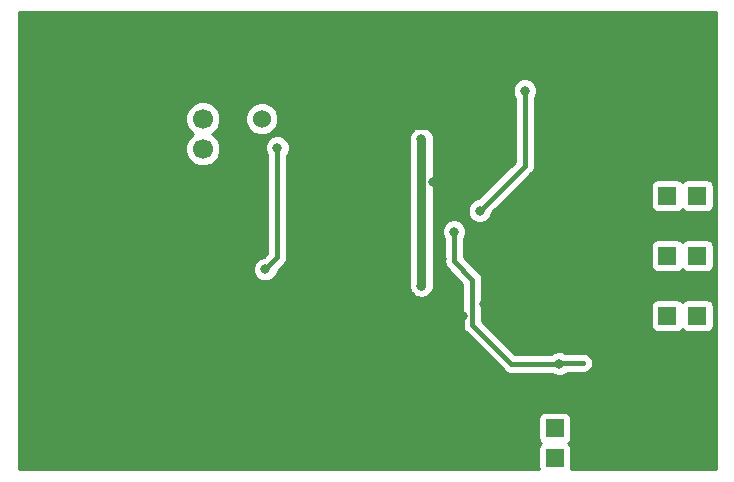
<source format=gbr>
G04 #@! TF.GenerationSoftware,KiCad,Pcbnew,(6.0.0-rc1-dev-205-gc0615c5ef)*
G04 #@! TF.CreationDate,2018-10-01T14:54:23+02:00*
G04 #@! TF.ProjectId,PCRD05A,504352443035412E6B696361645F7063,REV*
G04 #@! TF.SameCoordinates,Original*
G04 #@! TF.FileFunction,Copper,L1,Top,Signal*
G04 #@! TF.FilePolarity,Positive*
%FSLAX46Y46*%
G04 Gerber Fmt 4.6, Leading zero omitted, Abs format (unit mm)*
G04 Created by KiCad (PCBNEW (6.0.0-rc1-dev-205-gc0615c5ef)) date 10/01/18 14:54:23*
%MOMM*%
%LPD*%
G01*
G04 APERTURE LIST*
G04 #@! TA.AperFunction,ComponentPad*
%ADD10R,1.524000X1.524000*%
G04 #@! TD*
G04 #@! TA.AperFunction,ComponentPad*
%ADD11C,6.000000*%
G04 #@! TD*
G04 #@! TA.AperFunction,SMDPad,CuDef*
%ADD12R,20.100000X2.000000*%
G04 #@! TD*
G04 #@! TA.AperFunction,SMDPad,CuDef*
%ADD13R,2.000000X29.000000*%
G04 #@! TD*
G04 #@! TA.AperFunction,ComponentPad*
%ADD14C,1.700000*%
G04 #@! TD*
G04 #@! TA.AperFunction,ComponentPad*
%ADD15C,1.524000*%
G04 #@! TD*
G04 #@! TA.AperFunction,ViaPad*
%ADD16C,0.800000*%
G04 #@! TD*
G04 #@! TA.AperFunction,Conductor*
%ADD17C,0.250000*%
G04 #@! TD*
G04 #@! TA.AperFunction,Conductor*
%ADD18C,0.400000*%
G04 #@! TD*
G04 #@! TA.AperFunction,Conductor*
%ADD19C,0.800000*%
G04 #@! TD*
G04 #@! TA.AperFunction,Conductor*
%ADD20C,0.254000*%
G04 #@! TD*
G04 APERTURE END LIST*
D10*
G04 #@! TO.P,J1,1*
G04 #@! TO.N,GND*
X48895000Y4445000D03*
G04 #@! TO.P,J1,2*
X48895000Y1905000D03*
G04 #@! TO.P,J1,3*
G04 #@! TO.N,Net-(C21-Pad3)*
X46355000Y4445000D03*
G04 #@! TO.P,J1,4*
X46355000Y1905000D03*
G04 #@! TO.P,J1,5*
G04 #@! TO.N,GND*
X43815000Y4445000D03*
G04 #@! TO.P,J1,6*
X43815000Y1905000D03*
G04 #@! TD*
G04 #@! TO.P,J2,2*
G04 #@! TO.N,GND*
X55880000Y21590000D03*
G04 #@! TO.P,J2,1*
X58420000Y21590000D03*
G04 #@! TD*
G04 #@! TO.P,J3,1*
G04 #@! TO.N,/#PeakDetect/Trace*
X58420000Y19050000D03*
G04 #@! TO.P,J3,2*
X55880000Y19050000D03*
G04 #@! TD*
G04 #@! TO.P,J4,2*
G04 #@! TO.N,GND*
X55880000Y16510000D03*
G04 #@! TO.P,J4,1*
X58420000Y16510000D03*
G04 #@! TD*
G04 #@! TO.P,J5,2*
G04 #@! TO.N,GND*
X55880000Y26670000D03*
G04 #@! TO.P,J5,1*
X58420000Y26670000D03*
G04 #@! TD*
G04 #@! TO.P,J6,1*
G04 #@! TO.N,/A/D*
X58420000Y24130000D03*
G04 #@! TO.P,J6,2*
X55880000Y24130000D03*
G04 #@! TD*
G04 #@! TO.P,J7,1*
G04 #@! TO.N,GND*
X58420000Y11430000D03*
G04 #@! TO.P,J7,2*
X55880000Y11430000D03*
G04 #@! TD*
D11*
G04 #@! TO.P,M1,1*
G04 #@! TO.N,GND*
X5080000Y35560000D03*
G04 #@! TD*
G04 #@! TO.P,M2,1*
G04 #@! TO.N,GND*
X55880000Y35560000D03*
G04 #@! TD*
G04 #@! TO.P,M3,1*
G04 #@! TO.N,GND*
X55880000Y5080000D03*
G04 #@! TD*
G04 #@! TO.P,M4,1*
G04 #@! TO.N,GND*
X5080000Y5080000D03*
G04 #@! TD*
D10*
G04 #@! TO.P,J11,1*
G04 #@! TO.N,Net-(C23-Pad3)*
X55880000Y13970000D03*
G04 #@! TO.P,J11,2*
X58420000Y13970000D03*
G04 #@! TD*
D12*
G04 #@! TO.P,M5,1*
G04 #@! TO.N,GND*
X19685000Y34290000D03*
X19685000Y7290000D03*
D13*
X29235000Y20790000D03*
X10135000Y20790000D03*
G04 #@! TD*
D14*
G04 #@! TO.P,J8,1*
G04 #@! TO.N,/+*
X16550000Y28100000D03*
G04 #@! TO.P,J8,2*
G04 #@! TO.N,/K*
X16550000Y30640000D03*
D15*
G04 #@! TO.P,J8,1*
G04 #@! TO.N,/+*
X21550000Y30640000D03*
G04 #@! TD*
D16*
G04 #@! TO.N,GND*
X32385000Y1905000D03*
X33655000Y1905000D03*
X34925000Y1905000D03*
X36830000Y1905000D03*
X33655000Y12065000D03*
X33655000Y13970000D03*
X33655000Y15240000D03*
X36830000Y15240000D03*
X26670000Y17780000D03*
X25400000Y17780000D03*
X24130000Y17780000D03*
X50165000Y26670000D03*
X52705000Y20320000D03*
X50800000Y20320000D03*
X51435000Y22860000D03*
X46355000Y34290000D03*
X45085000Y34290000D03*
X42545000Y34290000D03*
X41910000Y32385000D03*
X40640000Y32385000D03*
X38735000Y32385000D03*
X24765000Y32385000D03*
X23495000Y32385000D03*
X19685000Y32385000D03*
X17780000Y32385000D03*
X15875000Y32385000D03*
X13970000Y31750000D03*
X13970000Y29210000D03*
X13970000Y27305000D03*
X12700000Y27305000D03*
X50165000Y5080000D03*
X41970002Y5080000D03*
X41970002Y6350000D03*
X32385000Y3810000D03*
X32385000Y5080000D03*
X31115000Y8890000D03*
X31115000Y10795000D03*
X32385000Y10795000D03*
X32385000Y8890000D03*
X43815000Y12065000D03*
X11430000Y12700000D03*
X13335000Y12700000D03*
X27305000Y13970000D03*
X26035000Y12065000D03*
X23495000Y11430000D03*
X20955000Y11430000D03*
X19685000Y12700000D03*
X17780000Y12700000D03*
X15875000Y12700000D03*
X32385000Y29210000D03*
X31115000Y28575000D03*
X32385000Y27305000D03*
X36830000Y26670000D03*
X38100000Y26670000D03*
X39618186Y25151814D03*
X45085000Y26670000D03*
X39408000Y24130000D03*
X40640000Y25870000D03*
X43815000Y18415000D03*
X45085000Y18415000D03*
X45720000Y26035000D03*
X28829000Y20574000D03*
X28829000Y19304000D03*
X44958000Y22352000D03*
X36830000Y18796000D03*
X32512000Y17780000D03*
X31242000Y17780000D03*
X29972000Y17780000D03*
X28829000Y18034000D03*
X36957000Y25273000D03*
X36052000Y25273000D03*
X8382000Y26416000D03*
X8890000Y24384000D03*
X27940000Y27432000D03*
X25908000Y27432000D03*
X25908000Y26162000D03*
X27940000Y26162000D03*
X39624000Y21082000D03*
X52324000Y29464000D03*
X50546000Y29210000D03*
X54356000Y29210000D03*
X36830000Y32512000D03*
X34290000Y31242000D03*
X36068000Y33782000D03*
X34290000Y33782000D03*
X31750000Y33782000D03*
X31496000Y35306000D03*
X38570000Y13970000D03*
X38570000Y12065000D03*
X36830000Y17907000D03*
X39878000Y19558000D03*
X40386000Y14986000D03*
X17272000Y25654000D03*
X16256000Y22352000D03*
X16002000Y17999002D03*
X15240000Y18796000D03*
X11149314Y23140686D03*
X9686998Y20790000D03*
X19558000Y19304000D03*
G04 #@! TO.N,VCC*
X35052000Y16510000D03*
X35052000Y28956000D03*
G04 #@! TO.N,/REF*
X21853064Y17904435D03*
X22860000Y28194000D03*
X37808000Y21082000D03*
X46736000Y9906000D03*
G04 #@! TO.N,Net-(R1-Pad2)*
X43815000Y33020000D03*
X40005000Y22860000D03*
G04 #@! TD*
D17*
G04 #@! TO.N,GND*
X34925000Y1905000D02*
X33655000Y1905000D01*
X36824998Y3810000D02*
X34290000Y6344998D01*
X36824998Y3810000D02*
X36824998Y1910002D01*
X36824998Y1910002D02*
X36830000Y1905000D01*
X33655000Y15240000D02*
X33655000Y13970000D01*
X36830000Y17907000D02*
X36830000Y15240000D01*
X24130000Y17780000D02*
X25400000Y17780000D01*
X51435000Y20955000D02*
X50800000Y20320000D01*
X51435000Y22860000D02*
X51435000Y20955000D01*
X42545000Y34290000D02*
X45085000Y34290000D01*
X40640000Y32385000D02*
X41910000Y32385000D01*
X39370000Y31750000D02*
X38735000Y32385000D01*
X39370000Y29845000D02*
X39370000Y31750000D01*
X38735000Y29845000D02*
X39370000Y29845000D01*
X24765000Y32385000D02*
X27305000Y29845000D01*
X27305000Y29845000D02*
X38735000Y29845000D01*
X19685000Y32385000D02*
X23495000Y32385000D01*
X15875000Y32385000D02*
X17780000Y32385000D01*
X13970000Y29210000D02*
X13970000Y31750000D01*
X12700000Y27305000D02*
X13970000Y27305000D01*
X41970002Y6350000D02*
X41970002Y5080000D01*
X32385000Y5080000D02*
X32385000Y3810000D01*
X31115000Y10795000D02*
X31115000Y8890000D01*
X32385000Y8890000D02*
X32385000Y10795000D01*
X34290000Y6344998D02*
X34290000Y9525000D01*
X15875000Y12700000D02*
X13335000Y12700000D01*
X25400000Y11430000D02*
X26035000Y12065000D01*
X23495000Y11430000D02*
X25400000Y11430000D01*
X19685000Y12700000D02*
X20955000Y11430000D01*
X15875000Y12700000D02*
X17780000Y12700000D01*
D18*
X32385000Y27305000D02*
X31115000Y28575000D01*
X38100000Y26670000D02*
X36830000Y26670000D01*
X40336372Y25870000D02*
X39618186Y25151814D01*
X40640000Y25870000D02*
X40336372Y25870000D01*
X40640000Y25362000D02*
X39408000Y24130000D01*
X40640000Y25870000D02*
X40640000Y25362000D01*
X45085000Y18415000D02*
X43815000Y18415000D01*
X45720000Y26035000D02*
X45720000Y23114000D01*
X45720000Y23114000D02*
X44958000Y22352000D01*
X28829000Y19304000D02*
X28829000Y20574000D01*
D17*
X36830000Y18796000D02*
X36830000Y17907000D01*
X31242000Y17780000D02*
X32512000Y17780000D01*
X29718000Y18034000D02*
X29972000Y17780000D01*
X28829000Y18034000D02*
X29718000Y18034000D01*
X36052000Y25273000D02*
X36957000Y25273000D01*
X12700000Y27305000D02*
X9271000Y27305000D01*
X9271000Y27305000D02*
X8382000Y26416000D01*
X31115000Y28575000D02*
X29083000Y28575000D01*
X29083000Y28575000D02*
X27940000Y27432000D01*
X25908000Y27432000D02*
X25908000Y26162000D01*
X39624000Y21082000D02*
X39624000Y19812000D01*
X39624000Y19812000D02*
X39878000Y19558000D01*
X52324000Y29464000D02*
X50800000Y29464000D01*
X50800000Y29464000D02*
X50546000Y29210000D01*
X55880000Y27682000D02*
X55880000Y26670000D01*
X54927251Y28634749D02*
X55880000Y27682000D01*
X54356000Y29210000D02*
X54927251Y28634749D01*
D18*
X38735000Y32385000D02*
X36957000Y32385000D01*
X36957000Y32385000D02*
X36830000Y32512000D01*
X34290000Y31242000D02*
X34290000Y32004000D01*
X34290000Y32004000D02*
X36068000Y33782000D01*
X34290000Y33782000D02*
X31750000Y33782000D01*
D17*
X38570000Y12065000D02*
X38570000Y13970000D01*
X36830000Y21092306D02*
X36830000Y17907000D01*
X36576000Y21844000D02*
X36830000Y21092306D01*
X40386000Y14986000D02*
X40170000Y19699698D01*
X40170000Y19699698D02*
X38354000Y22352000D01*
X38354000Y22352000D02*
X36576000Y21844000D01*
D18*
X13970000Y27305000D02*
X15621000Y25654000D01*
X15621000Y25654000D02*
X17272000Y25654000D01*
X16256000Y22352000D02*
X16256000Y18253002D01*
X16256000Y18253002D02*
X16002000Y17999002D01*
X8890000Y24384000D02*
X9906000Y24384000D01*
X9906000Y24384000D02*
X11149314Y23140686D01*
X16256000Y22352000D02*
X19304000Y19304000D01*
X19304000Y19304000D02*
X19558000Y19304000D01*
D19*
G04 #@! TO.N,VCC*
X35052000Y28956000D02*
X35052000Y16510000D01*
D18*
G04 #@! TO.N,/REF*
X22860000Y28194000D02*
X22860000Y18911371D01*
X22860000Y18911371D02*
X21853064Y17904435D01*
X48768000Y9986000D02*
X46816000Y9986000D01*
X46816000Y9986000D02*
X46736000Y9906000D01*
X46170315Y9906000D02*
X46736000Y9906000D01*
X42672000Y9906000D02*
X46170315Y9906000D01*
X39370000Y13208000D02*
X42672000Y9906000D01*
X39370000Y17027998D02*
X39370000Y13208000D01*
X37808000Y18589998D02*
X39370000Y17027998D01*
X37808000Y21082000D02*
X37808000Y18589998D01*
G04 #@! TO.N,Net-(R1-Pad2)*
X43815000Y26670000D02*
X43815000Y33020000D01*
X40005000Y22860000D02*
X43815000Y26670000D01*
G04 #@! TD*
D20*
G04 #@! TO.N,GND*
G36*
X59971000Y989000D02*
X47733808Y989000D01*
X47764440Y1143000D01*
X47764440Y2667000D01*
X47715157Y2914765D01*
X47574809Y3124809D01*
X47499693Y3175000D01*
X47574809Y3225191D01*
X47715157Y3435235D01*
X47764440Y3683000D01*
X47764440Y5207000D01*
X47715157Y5454765D01*
X47574809Y5664809D01*
X47364765Y5805157D01*
X47117000Y5854440D01*
X45593000Y5854440D01*
X45345235Y5805157D01*
X45135191Y5664809D01*
X44994843Y5454765D01*
X44945560Y5207000D01*
X44945560Y3683000D01*
X44994843Y3435235D01*
X45135191Y3225191D01*
X45210307Y3175000D01*
X45135191Y3124809D01*
X44994843Y2914765D01*
X44945560Y2667000D01*
X44945560Y1143000D01*
X44976192Y989000D01*
X989000Y989000D01*
X989000Y18110309D01*
X20818064Y18110309D01*
X20818064Y17698561D01*
X20975633Y17318155D01*
X21266784Y17027004D01*
X21647190Y16869435D01*
X22058938Y16869435D01*
X22439344Y17027004D01*
X22730495Y17318155D01*
X22888064Y17698561D01*
X22888064Y17758568D01*
X23392282Y18262786D01*
X23462001Y18309370D01*
X23646552Y18585570D01*
X23695000Y18829134D01*
X23711358Y18911371D01*
X23695000Y18993608D01*
X23695000Y27565289D01*
X23737431Y27607720D01*
X23895000Y27988126D01*
X23895000Y28399874D01*
X23737431Y28780280D01*
X23446280Y29071431D01*
X23227931Y29161874D01*
X34017000Y29161874D01*
X34017000Y29057934D01*
X34017001Y16715876D01*
X34017000Y16715874D01*
X34017000Y16304126D01*
X34056778Y16208094D01*
X34077053Y16106163D01*
X34134792Y16019751D01*
X34174569Y15923720D01*
X34248068Y15850221D01*
X34305808Y15763807D01*
X34392222Y15706067D01*
X34465720Y15632569D01*
X34561749Y15592792D01*
X34648164Y15535052D01*
X34750098Y15514776D01*
X34846126Y15475000D01*
X34950066Y15475000D01*
X35052000Y15454724D01*
X35153935Y15475000D01*
X35257874Y15475000D01*
X35353902Y15514776D01*
X35455837Y15535052D01*
X35542253Y15592793D01*
X35638280Y15632569D01*
X35711776Y15706065D01*
X35798193Y15763807D01*
X35855935Y15850224D01*
X35929431Y15923720D01*
X35969207Y16019747D01*
X36026948Y16106163D01*
X36047224Y16208099D01*
X36087000Y16304126D01*
X36087000Y21287874D01*
X36773000Y21287874D01*
X36773000Y20876126D01*
X36930569Y20495720D01*
X36973000Y20453289D01*
X36973001Y18672236D01*
X36956643Y18589998D01*
X37021448Y18264198D01*
X37114578Y18124819D01*
X37206000Y17987997D01*
X37275718Y17941413D01*
X38535000Y16682130D01*
X38535001Y13290238D01*
X38518643Y13208000D01*
X38583448Y12882200D01*
X38583449Y12882199D01*
X38768000Y12605999D01*
X38837718Y12559415D01*
X42023415Y9373717D01*
X42069999Y9303999D01*
X42346199Y9119448D01*
X42589763Y9071000D01*
X42589766Y9071000D01*
X42671999Y9054643D01*
X42754232Y9071000D01*
X46107289Y9071000D01*
X46149720Y9028569D01*
X46530126Y8871000D01*
X46941874Y8871000D01*
X47322280Y9028569D01*
X47444711Y9151000D01*
X48850237Y9151000D01*
X49093801Y9199448D01*
X49370001Y9383999D01*
X49554552Y9660199D01*
X49619358Y9986000D01*
X49554552Y10311801D01*
X49370001Y10588001D01*
X49093801Y10772552D01*
X48850237Y10821000D01*
X47231580Y10821000D01*
X46941874Y10941000D01*
X46530126Y10941000D01*
X46149720Y10783431D01*
X46107289Y10741000D01*
X43017868Y10741000D01*
X40205000Y13553867D01*
X40205000Y14732000D01*
X54470560Y14732000D01*
X54470560Y13208000D01*
X54519843Y12960235D01*
X54660191Y12750191D01*
X54870235Y12609843D01*
X55118000Y12560560D01*
X56642000Y12560560D01*
X56889765Y12609843D01*
X57099809Y12750191D01*
X57150000Y12825307D01*
X57200191Y12750191D01*
X57410235Y12609843D01*
X57658000Y12560560D01*
X59182000Y12560560D01*
X59429765Y12609843D01*
X59639809Y12750191D01*
X59780157Y12960235D01*
X59829440Y13208000D01*
X59829440Y14732000D01*
X59780157Y14979765D01*
X59639809Y15189809D01*
X59429765Y15330157D01*
X59182000Y15379440D01*
X57658000Y15379440D01*
X57410235Y15330157D01*
X57200191Y15189809D01*
X57150000Y15114693D01*
X57099809Y15189809D01*
X56889765Y15330157D01*
X56642000Y15379440D01*
X55118000Y15379440D01*
X54870235Y15330157D01*
X54660191Y15189809D01*
X54519843Y14979765D01*
X54470560Y14732000D01*
X40205000Y14732000D01*
X40205000Y16945761D01*
X40221358Y17027998D01*
X40156552Y17353798D01*
X40156552Y17353799D01*
X39972001Y17629999D01*
X39902283Y17676583D01*
X38643000Y18935865D01*
X38643000Y19812000D01*
X54470560Y19812000D01*
X54470560Y18288000D01*
X54519843Y18040235D01*
X54660191Y17830191D01*
X54870235Y17689843D01*
X55118000Y17640560D01*
X56642000Y17640560D01*
X56889765Y17689843D01*
X57099809Y17830191D01*
X57150000Y17905307D01*
X57200191Y17830191D01*
X57410235Y17689843D01*
X57658000Y17640560D01*
X59182000Y17640560D01*
X59429765Y17689843D01*
X59639809Y17830191D01*
X59780157Y18040235D01*
X59829440Y18288000D01*
X59829440Y19812000D01*
X59780157Y20059765D01*
X59639809Y20269809D01*
X59429765Y20410157D01*
X59182000Y20459440D01*
X57658000Y20459440D01*
X57410235Y20410157D01*
X57200191Y20269809D01*
X57150000Y20194693D01*
X57099809Y20269809D01*
X56889765Y20410157D01*
X56642000Y20459440D01*
X55118000Y20459440D01*
X54870235Y20410157D01*
X54660191Y20269809D01*
X54519843Y20059765D01*
X54470560Y19812000D01*
X38643000Y19812000D01*
X38643000Y20453289D01*
X38685431Y20495720D01*
X38843000Y20876126D01*
X38843000Y21287874D01*
X38685431Y21668280D01*
X38394280Y21959431D01*
X38013874Y22117000D01*
X37602126Y22117000D01*
X37221720Y21959431D01*
X36930569Y21668280D01*
X36773000Y21287874D01*
X36087000Y21287874D01*
X36087000Y23065874D01*
X38970000Y23065874D01*
X38970000Y22654126D01*
X39127569Y22273720D01*
X39418720Y21982569D01*
X39799126Y21825000D01*
X40210874Y21825000D01*
X40591280Y21982569D01*
X40882431Y22273720D01*
X41040000Y22654126D01*
X41040000Y22714133D01*
X43217867Y24892000D01*
X54470560Y24892000D01*
X54470560Y23368000D01*
X54519843Y23120235D01*
X54660191Y22910191D01*
X54870235Y22769843D01*
X55118000Y22720560D01*
X56642000Y22720560D01*
X56889765Y22769843D01*
X57099809Y22910191D01*
X57150000Y22985307D01*
X57200191Y22910191D01*
X57410235Y22769843D01*
X57658000Y22720560D01*
X59182000Y22720560D01*
X59429765Y22769843D01*
X59639809Y22910191D01*
X59780157Y23120235D01*
X59829440Y23368000D01*
X59829440Y24892000D01*
X59780157Y25139765D01*
X59639809Y25349809D01*
X59429765Y25490157D01*
X59182000Y25539440D01*
X57658000Y25539440D01*
X57410235Y25490157D01*
X57200191Y25349809D01*
X57150000Y25274693D01*
X57099809Y25349809D01*
X56889765Y25490157D01*
X56642000Y25539440D01*
X55118000Y25539440D01*
X54870235Y25490157D01*
X54660191Y25349809D01*
X54519843Y25139765D01*
X54470560Y24892000D01*
X43217867Y24892000D01*
X44347283Y26021415D01*
X44417001Y26067999D01*
X44601552Y26344199D01*
X44650000Y26587763D01*
X44650000Y26587764D01*
X44666358Y26670000D01*
X44650000Y26752237D01*
X44650000Y32391289D01*
X44692431Y32433720D01*
X44850000Y32814126D01*
X44850000Y33225874D01*
X44692431Y33606280D01*
X44401280Y33897431D01*
X44020874Y34055000D01*
X43609126Y34055000D01*
X43228720Y33897431D01*
X42937569Y33606280D01*
X42780000Y33225874D01*
X42780000Y32814126D01*
X42937569Y32433720D01*
X42980001Y32391288D01*
X42980000Y27015868D01*
X39859133Y23895000D01*
X39799126Y23895000D01*
X39418720Y23737431D01*
X39127569Y23446280D01*
X38970000Y23065874D01*
X36087000Y23065874D01*
X36087000Y29161874D01*
X36047224Y29257901D01*
X36026948Y29359837D01*
X35969207Y29446253D01*
X35929431Y29542280D01*
X35855935Y29615776D01*
X35798193Y29702193D01*
X35711777Y29759934D01*
X35638280Y29833431D01*
X35542251Y29873207D01*
X35455836Y29930948D01*
X35353902Y29951224D01*
X35257874Y29991000D01*
X35153934Y29991000D01*
X35052000Y30011276D01*
X34950065Y29991000D01*
X34846126Y29991000D01*
X34750098Y29951224D01*
X34648163Y29930948D01*
X34561747Y29873207D01*
X34465720Y29833431D01*
X34392224Y29759935D01*
X34305807Y29702193D01*
X34248066Y29615777D01*
X34174569Y29542280D01*
X34134793Y29446251D01*
X34077052Y29359836D01*
X34056776Y29257902D01*
X34017000Y29161874D01*
X23227931Y29161874D01*
X23065874Y29229000D01*
X22654126Y29229000D01*
X22273720Y29071431D01*
X21982569Y28780280D01*
X21825000Y28399874D01*
X21825000Y27988126D01*
X21982569Y27607720D01*
X22025000Y27565289D01*
X22025001Y19257240D01*
X21707197Y18939435D01*
X21647190Y18939435D01*
X21266784Y18781866D01*
X20975633Y18490715D01*
X20818064Y18110309D01*
X989000Y18110309D01*
X989000Y30935385D01*
X15065000Y30935385D01*
X15065000Y30344615D01*
X15291078Y29798815D01*
X15708815Y29381078D01*
X15735560Y29370000D01*
X15708815Y29358922D01*
X15291078Y28941185D01*
X15065000Y28395385D01*
X15065000Y27804615D01*
X15291078Y27258815D01*
X15708815Y26841078D01*
X16254615Y26615000D01*
X16845385Y26615000D01*
X17391185Y26841078D01*
X17808922Y27258815D01*
X18035000Y27804615D01*
X18035000Y28395385D01*
X17808922Y28941185D01*
X17391185Y29358922D01*
X17364440Y29370000D01*
X17391185Y29381078D01*
X17808922Y29798815D01*
X18035000Y30344615D01*
X18035000Y30917881D01*
X20153000Y30917881D01*
X20153000Y30362119D01*
X20365680Y29848663D01*
X20758663Y29455680D01*
X21272119Y29243000D01*
X21827881Y29243000D01*
X22341337Y29455680D01*
X22734320Y29848663D01*
X22947000Y30362119D01*
X22947000Y30917881D01*
X22734320Y31431337D01*
X22341337Y31824320D01*
X21827881Y32037000D01*
X21272119Y32037000D01*
X20758663Y31824320D01*
X20365680Y31431337D01*
X20153000Y30917881D01*
X18035000Y30917881D01*
X18035000Y30935385D01*
X17808922Y31481185D01*
X17391185Y31898922D01*
X16845385Y32125000D01*
X16254615Y32125000D01*
X15708815Y31898922D01*
X15291078Y31481185D01*
X15065000Y30935385D01*
X989000Y30935385D01*
X989000Y39651000D01*
X59971001Y39651000D01*
X59971000Y989000D01*
X59971000Y989000D01*
G37*
X59971000Y989000D02*
X47733808Y989000D01*
X47764440Y1143000D01*
X47764440Y2667000D01*
X47715157Y2914765D01*
X47574809Y3124809D01*
X47499693Y3175000D01*
X47574809Y3225191D01*
X47715157Y3435235D01*
X47764440Y3683000D01*
X47764440Y5207000D01*
X47715157Y5454765D01*
X47574809Y5664809D01*
X47364765Y5805157D01*
X47117000Y5854440D01*
X45593000Y5854440D01*
X45345235Y5805157D01*
X45135191Y5664809D01*
X44994843Y5454765D01*
X44945560Y5207000D01*
X44945560Y3683000D01*
X44994843Y3435235D01*
X45135191Y3225191D01*
X45210307Y3175000D01*
X45135191Y3124809D01*
X44994843Y2914765D01*
X44945560Y2667000D01*
X44945560Y1143000D01*
X44976192Y989000D01*
X989000Y989000D01*
X989000Y18110309D01*
X20818064Y18110309D01*
X20818064Y17698561D01*
X20975633Y17318155D01*
X21266784Y17027004D01*
X21647190Y16869435D01*
X22058938Y16869435D01*
X22439344Y17027004D01*
X22730495Y17318155D01*
X22888064Y17698561D01*
X22888064Y17758568D01*
X23392282Y18262786D01*
X23462001Y18309370D01*
X23646552Y18585570D01*
X23695000Y18829134D01*
X23711358Y18911371D01*
X23695000Y18993608D01*
X23695000Y27565289D01*
X23737431Y27607720D01*
X23895000Y27988126D01*
X23895000Y28399874D01*
X23737431Y28780280D01*
X23446280Y29071431D01*
X23227931Y29161874D01*
X34017000Y29161874D01*
X34017000Y29057934D01*
X34017001Y16715876D01*
X34017000Y16715874D01*
X34017000Y16304126D01*
X34056778Y16208094D01*
X34077053Y16106163D01*
X34134792Y16019751D01*
X34174569Y15923720D01*
X34248068Y15850221D01*
X34305808Y15763807D01*
X34392222Y15706067D01*
X34465720Y15632569D01*
X34561749Y15592792D01*
X34648164Y15535052D01*
X34750098Y15514776D01*
X34846126Y15475000D01*
X34950066Y15475000D01*
X35052000Y15454724D01*
X35153935Y15475000D01*
X35257874Y15475000D01*
X35353902Y15514776D01*
X35455837Y15535052D01*
X35542253Y15592793D01*
X35638280Y15632569D01*
X35711776Y15706065D01*
X35798193Y15763807D01*
X35855935Y15850224D01*
X35929431Y15923720D01*
X35969207Y16019747D01*
X36026948Y16106163D01*
X36047224Y16208099D01*
X36087000Y16304126D01*
X36087000Y21287874D01*
X36773000Y21287874D01*
X36773000Y20876126D01*
X36930569Y20495720D01*
X36973000Y20453289D01*
X36973001Y18672236D01*
X36956643Y18589998D01*
X37021448Y18264198D01*
X37114578Y18124819D01*
X37206000Y17987997D01*
X37275718Y17941413D01*
X38535000Y16682130D01*
X38535001Y13290238D01*
X38518643Y13208000D01*
X38583448Y12882200D01*
X38583449Y12882199D01*
X38768000Y12605999D01*
X38837718Y12559415D01*
X42023415Y9373717D01*
X42069999Y9303999D01*
X42346199Y9119448D01*
X42589763Y9071000D01*
X42589766Y9071000D01*
X42671999Y9054643D01*
X42754232Y9071000D01*
X46107289Y9071000D01*
X46149720Y9028569D01*
X46530126Y8871000D01*
X46941874Y8871000D01*
X47322280Y9028569D01*
X47444711Y9151000D01*
X48850237Y9151000D01*
X49093801Y9199448D01*
X49370001Y9383999D01*
X49554552Y9660199D01*
X49619358Y9986000D01*
X49554552Y10311801D01*
X49370001Y10588001D01*
X49093801Y10772552D01*
X48850237Y10821000D01*
X47231580Y10821000D01*
X46941874Y10941000D01*
X46530126Y10941000D01*
X46149720Y10783431D01*
X46107289Y10741000D01*
X43017868Y10741000D01*
X40205000Y13553867D01*
X40205000Y14732000D01*
X54470560Y14732000D01*
X54470560Y13208000D01*
X54519843Y12960235D01*
X54660191Y12750191D01*
X54870235Y12609843D01*
X55118000Y12560560D01*
X56642000Y12560560D01*
X56889765Y12609843D01*
X57099809Y12750191D01*
X57150000Y12825307D01*
X57200191Y12750191D01*
X57410235Y12609843D01*
X57658000Y12560560D01*
X59182000Y12560560D01*
X59429765Y12609843D01*
X59639809Y12750191D01*
X59780157Y12960235D01*
X59829440Y13208000D01*
X59829440Y14732000D01*
X59780157Y14979765D01*
X59639809Y15189809D01*
X59429765Y15330157D01*
X59182000Y15379440D01*
X57658000Y15379440D01*
X57410235Y15330157D01*
X57200191Y15189809D01*
X57150000Y15114693D01*
X57099809Y15189809D01*
X56889765Y15330157D01*
X56642000Y15379440D01*
X55118000Y15379440D01*
X54870235Y15330157D01*
X54660191Y15189809D01*
X54519843Y14979765D01*
X54470560Y14732000D01*
X40205000Y14732000D01*
X40205000Y16945761D01*
X40221358Y17027998D01*
X40156552Y17353798D01*
X40156552Y17353799D01*
X39972001Y17629999D01*
X39902283Y17676583D01*
X38643000Y18935865D01*
X38643000Y19812000D01*
X54470560Y19812000D01*
X54470560Y18288000D01*
X54519843Y18040235D01*
X54660191Y17830191D01*
X54870235Y17689843D01*
X55118000Y17640560D01*
X56642000Y17640560D01*
X56889765Y17689843D01*
X57099809Y17830191D01*
X57150000Y17905307D01*
X57200191Y17830191D01*
X57410235Y17689843D01*
X57658000Y17640560D01*
X59182000Y17640560D01*
X59429765Y17689843D01*
X59639809Y17830191D01*
X59780157Y18040235D01*
X59829440Y18288000D01*
X59829440Y19812000D01*
X59780157Y20059765D01*
X59639809Y20269809D01*
X59429765Y20410157D01*
X59182000Y20459440D01*
X57658000Y20459440D01*
X57410235Y20410157D01*
X57200191Y20269809D01*
X57150000Y20194693D01*
X57099809Y20269809D01*
X56889765Y20410157D01*
X56642000Y20459440D01*
X55118000Y20459440D01*
X54870235Y20410157D01*
X54660191Y20269809D01*
X54519843Y20059765D01*
X54470560Y19812000D01*
X38643000Y19812000D01*
X38643000Y20453289D01*
X38685431Y20495720D01*
X38843000Y20876126D01*
X38843000Y21287874D01*
X38685431Y21668280D01*
X38394280Y21959431D01*
X38013874Y22117000D01*
X37602126Y22117000D01*
X37221720Y21959431D01*
X36930569Y21668280D01*
X36773000Y21287874D01*
X36087000Y21287874D01*
X36087000Y23065874D01*
X38970000Y23065874D01*
X38970000Y22654126D01*
X39127569Y22273720D01*
X39418720Y21982569D01*
X39799126Y21825000D01*
X40210874Y21825000D01*
X40591280Y21982569D01*
X40882431Y22273720D01*
X41040000Y22654126D01*
X41040000Y22714133D01*
X43217867Y24892000D01*
X54470560Y24892000D01*
X54470560Y23368000D01*
X54519843Y23120235D01*
X54660191Y22910191D01*
X54870235Y22769843D01*
X55118000Y22720560D01*
X56642000Y22720560D01*
X56889765Y22769843D01*
X57099809Y22910191D01*
X57150000Y22985307D01*
X57200191Y22910191D01*
X57410235Y22769843D01*
X57658000Y22720560D01*
X59182000Y22720560D01*
X59429765Y22769843D01*
X59639809Y22910191D01*
X59780157Y23120235D01*
X59829440Y23368000D01*
X59829440Y24892000D01*
X59780157Y25139765D01*
X59639809Y25349809D01*
X59429765Y25490157D01*
X59182000Y25539440D01*
X57658000Y25539440D01*
X57410235Y25490157D01*
X57200191Y25349809D01*
X57150000Y25274693D01*
X57099809Y25349809D01*
X56889765Y25490157D01*
X56642000Y25539440D01*
X55118000Y25539440D01*
X54870235Y25490157D01*
X54660191Y25349809D01*
X54519843Y25139765D01*
X54470560Y24892000D01*
X43217867Y24892000D01*
X44347283Y26021415D01*
X44417001Y26067999D01*
X44601552Y26344199D01*
X44650000Y26587763D01*
X44650000Y26587764D01*
X44666358Y26670000D01*
X44650000Y26752237D01*
X44650000Y32391289D01*
X44692431Y32433720D01*
X44850000Y32814126D01*
X44850000Y33225874D01*
X44692431Y33606280D01*
X44401280Y33897431D01*
X44020874Y34055000D01*
X43609126Y34055000D01*
X43228720Y33897431D01*
X42937569Y33606280D01*
X42780000Y33225874D01*
X42780000Y32814126D01*
X42937569Y32433720D01*
X42980001Y32391288D01*
X42980000Y27015868D01*
X39859133Y23895000D01*
X39799126Y23895000D01*
X39418720Y23737431D01*
X39127569Y23446280D01*
X38970000Y23065874D01*
X36087000Y23065874D01*
X36087000Y29161874D01*
X36047224Y29257901D01*
X36026948Y29359837D01*
X35969207Y29446253D01*
X35929431Y29542280D01*
X35855935Y29615776D01*
X35798193Y29702193D01*
X35711777Y29759934D01*
X35638280Y29833431D01*
X35542251Y29873207D01*
X35455836Y29930948D01*
X35353902Y29951224D01*
X35257874Y29991000D01*
X35153934Y29991000D01*
X35052000Y30011276D01*
X34950065Y29991000D01*
X34846126Y29991000D01*
X34750098Y29951224D01*
X34648163Y29930948D01*
X34561747Y29873207D01*
X34465720Y29833431D01*
X34392224Y29759935D01*
X34305807Y29702193D01*
X34248066Y29615777D01*
X34174569Y29542280D01*
X34134793Y29446251D01*
X34077052Y29359836D01*
X34056776Y29257902D01*
X34017000Y29161874D01*
X23227931Y29161874D01*
X23065874Y29229000D01*
X22654126Y29229000D01*
X22273720Y29071431D01*
X21982569Y28780280D01*
X21825000Y28399874D01*
X21825000Y27988126D01*
X21982569Y27607720D01*
X22025000Y27565289D01*
X22025001Y19257240D01*
X21707197Y18939435D01*
X21647190Y18939435D01*
X21266784Y18781866D01*
X20975633Y18490715D01*
X20818064Y18110309D01*
X989000Y18110309D01*
X989000Y30935385D01*
X15065000Y30935385D01*
X15065000Y30344615D01*
X15291078Y29798815D01*
X15708815Y29381078D01*
X15735560Y29370000D01*
X15708815Y29358922D01*
X15291078Y28941185D01*
X15065000Y28395385D01*
X15065000Y27804615D01*
X15291078Y27258815D01*
X15708815Y26841078D01*
X16254615Y26615000D01*
X16845385Y26615000D01*
X17391185Y26841078D01*
X17808922Y27258815D01*
X18035000Y27804615D01*
X18035000Y28395385D01*
X17808922Y28941185D01*
X17391185Y29358922D01*
X17364440Y29370000D01*
X17391185Y29381078D01*
X17808922Y29798815D01*
X18035000Y30344615D01*
X18035000Y30917881D01*
X20153000Y30917881D01*
X20153000Y30362119D01*
X20365680Y29848663D01*
X20758663Y29455680D01*
X21272119Y29243000D01*
X21827881Y29243000D01*
X22341337Y29455680D01*
X22734320Y29848663D01*
X22947000Y30362119D01*
X22947000Y30917881D01*
X22734320Y31431337D01*
X22341337Y31824320D01*
X21827881Y32037000D01*
X21272119Y32037000D01*
X20758663Y31824320D01*
X20365680Y31431337D01*
X20153000Y30917881D01*
X18035000Y30917881D01*
X18035000Y30935385D01*
X17808922Y31481185D01*
X17391185Y31898922D01*
X16845385Y32125000D01*
X16254615Y32125000D01*
X15708815Y31898922D01*
X15291078Y31481185D01*
X15065000Y30935385D01*
X989000Y30935385D01*
X989000Y39651000D01*
X59971001Y39651000D01*
X59971000Y989000D01*
G04 #@! TD*
M02*

</source>
